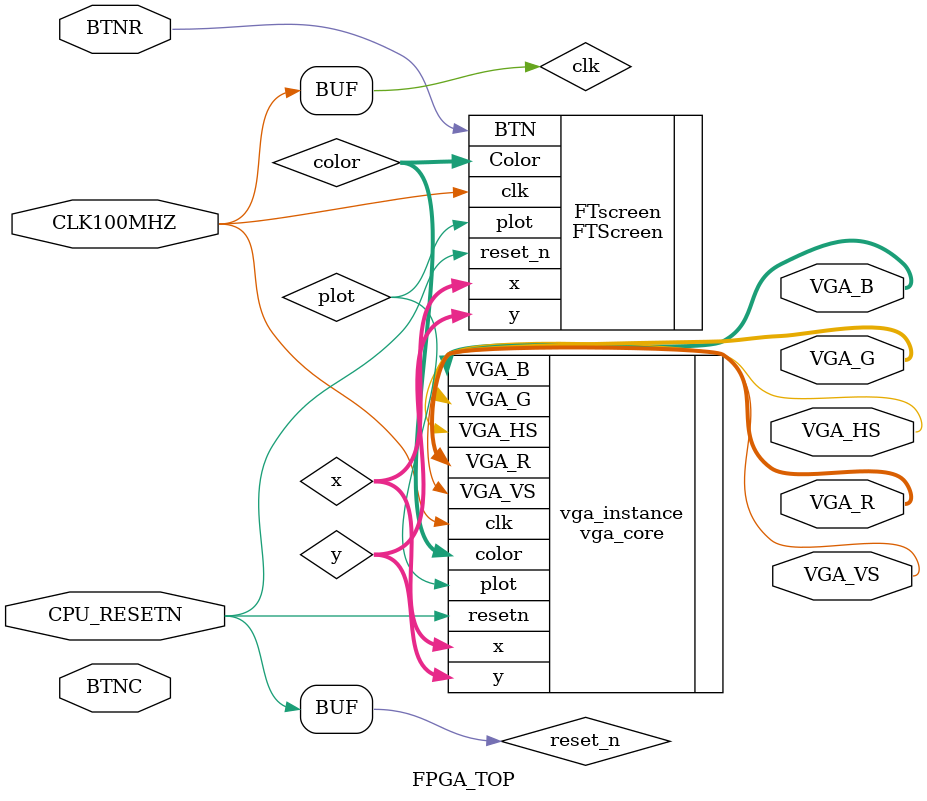
<source format=sv>
`timescale 1ns / 1ps

module FPGA_TOP (
    input wire CLK100MHZ,              // System clock input
    output wire [3:0] VGA_R,     // VGA red channel output
    output wire [3:0] VGA_G,     // VGA green channel output
    output wire [3:0] VGA_B,     // VGA blue channel output
    output wire VGA_HS,          // VGA horizontal sync
    output wire VGA_VS,           // VGA vertical sync
    input wire CPU_RESETN,BTNC,BTNR
);


        logic clk,plot;
        logic reset_n;
        logic [7:0] x;
        logic [6:0] y;
        logic [2:0] color;
        assign reset_n = CPU_RESETN;
        assign clk = CLK100MHZ;


    vga_core vga_instance (
        .clk(clk),
        .resetn(reset_n),
        .x(x),
        .y(y),
        .color(color),
        .plot(plot),
        .VGA_R(VGA_R),
        .VGA_G(VGA_G),
        .VGA_B(VGA_B),
        .VGA_HS(VGA_HS),
        .VGA_VS(VGA_VS)
    );
    
        FTScreen FTscreen(
        .clk(clk),
        .reset_n(reset_n),
        .BTN(BTNR),
        .Color(color),
        .x(x),
        .y(y),
        .plot(plot)
    );
    
    
    
    
    
endmodule

</source>
